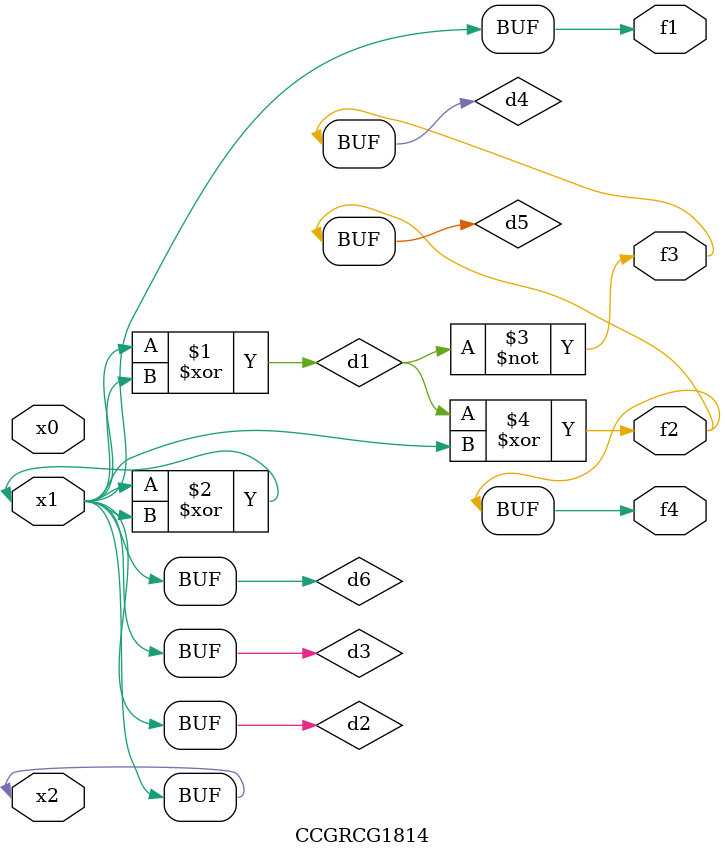
<source format=v>
module CCGRCG1814(
	input x0, x1, x2,
	output f1, f2, f3, f4
);

	wire d1, d2, d3, d4, d5, d6;

	xor (d1, x1, x2);
	buf (d2, x1, x2);
	xor (d3, x1, x2);
	nor (d4, d1);
	xor (d5, d1, d2);
	buf (d6, d2, d3);
	assign f1 = d6;
	assign f2 = d5;
	assign f3 = d4;
	assign f4 = d5;
endmodule

</source>
